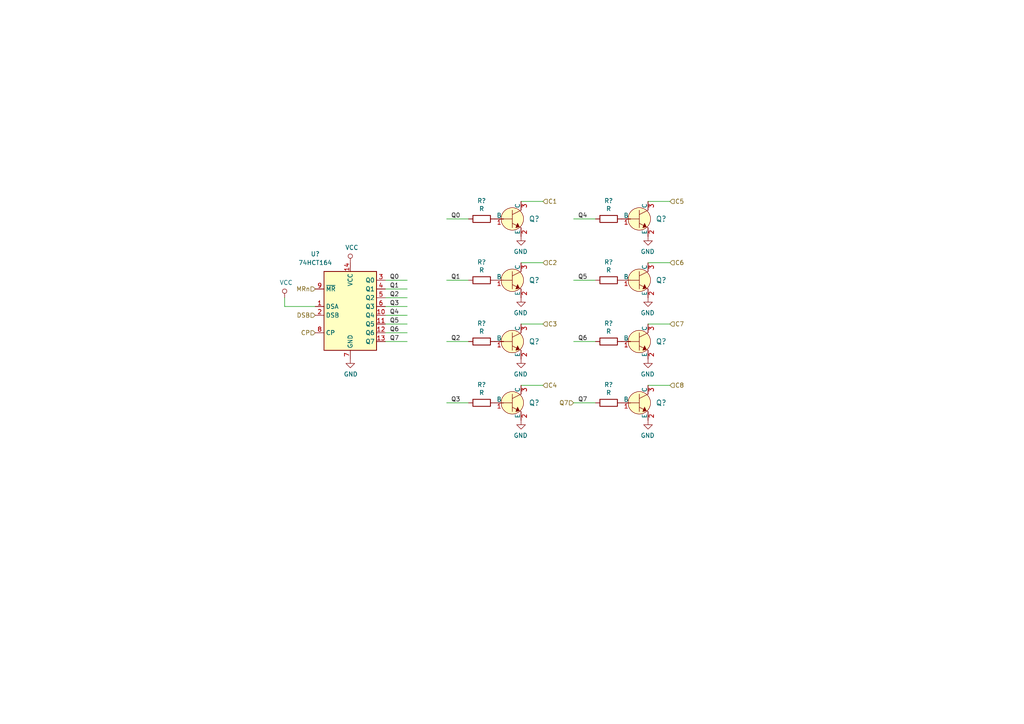
<source format=kicad_sch>
(kicad_sch (version 20211123) (generator eeschema)
  (paper "A4")
  (lib_symbols
    (symbol "dig1:MMBT4401LT1G" (pin_names (offset 0))
      (property "Reference" "Q" (at -3.2004 4.2164 0))
      (property "Value" "MMBT4401LT1G" (at 5.2324 0 90))
      (symbol "MMBT4401LT1G_0_1"
        (polyline (pts (xy -3.81 0) (xy -2.54 0)))
        (polyline (pts (xy -3.556 0) (xy 0 0)))
        (polyline (pts (xy 0 -1.27) (xy 2.54 -2.54)))
        (polyline (pts (xy 0 1.27) (xy 2.54 2.54)))
        (polyline (pts (xy 0 2.54) (xy 0 -2.54)))
        (polyline (pts (xy 1.524 -1.27) (xy 2.032 -2.286) (xy 1.016 -2.54) (xy 1.524 -1.27)) (fill (type outline)))
        (circle (center 0 0) (radius 3.2512) (fill (type background)))
      )
      (symbol "MMBT4401LT1G_1_1"
        (pin input line (at -5.08 0 0) (length 2.54) (name "B") (number "1"))
        (pin passive line (at 2.54 -5.08 90) (length 2.54) (name "E") (number "2"))
        (pin passive line (at 2.54 5.08 270) (length 2.54) (name "C") (number "3"))
      )
    )
    (symbol "sm48d-rescue:74HCT164-74xx"
      (property "Reference" "U" (at 1.905 -13.97 0))
      (property "Value" "74HCT164-74xx" (at 1.905 -16.51 0))
      (symbol "74HCT164-74xx_0_1"
        (rectangle (start 7.62 10.16) (end -7.62 -12.7) (stroke (width 0.254)) (fill (type background)))
      )
      (symbol "74HCT164-74xx_1_1"
        (pin input line (at -10.16 0 0) (length 2.54) (name "DSA") (number "1"))
        (pin output line (at 10.16 -2.54 180) (length 2.54) (name "Q4") (number "10"))
        (pin output line (at 10.16 -5.08 180) (length 2.54) (name "Q5") (number "11"))
        (pin output line (at 10.16 -7.62 180) (length 2.54) (name "Q6") (number "12"))
        (pin output line (at 10.16 -10.16 180) (length 2.54) (name "Q7") (number "13"))
        (pin power_in line (at 0 12.7 270) (length 2.54) (name "VCC") (number "14"))
        (pin input line (at -10.16 -2.54 0) (length 2.54) (name "DSB") (number "2"))
        (pin output line (at 10.16 7.62 180) (length 2.54) (name "Q0") (number "3"))
        (pin output line (at 10.16 5.08 180) (length 2.54) (name "Q1") (number "4"))
        (pin output line (at 10.16 2.54 180) (length 2.54) (name "Q2") (number "5"))
        (pin output line (at 10.16 0 180) (length 2.54) (name "Q3") (number "6"))
        (pin power_in line (at 0 -15.24 90) (length 2.54) (name "GND") (number "7"))
        (pin input line (at -10.16 -7.62 0) (length 2.54) (name "CP") (number "8"))
        (pin input line (at -10.16 5.08 0) (length 2.54) (name "~{MR}") (number "9"))
      )
    )
    (symbol "sm48d-rescue:GND-power" (power) (pin_names (offset 0))
      (property "Value" "GND-power" (at 0 -3.81 0))
      (symbol "GND-power_0_1"
        (polyline (pts (xy 0 0) (xy 0 -1.27) (xy 1.27 -1.27) (xy 0 -2.54) (xy -1.27 -1.27) (xy 0 -1.27)))
      )
      (symbol "GND-power_1_1"
        (pin power_in line (at 0 0 270) (length 0) hide (name "GND") (number "1"))
      )
    )
    (symbol "sm48d-rescue:R-Device" (pin_numbers hide) (pin_names (offset 0))
      (property "Reference" "R" (at 2.032 0 90))
      (property "Value" "R-Device" (at 0 0 90))
      (symbol "R-Device_0_1"
        (rectangle (start -1.016 -2.54) (end 1.016 2.54) (stroke (width 0.254)))
      )
      (symbol "R-Device_1_1"
        (pin passive line (at 0 3.81 270) (length 1.27) (name "~") (number "1"))
        (pin passive line (at 0 -3.81 90) (length 1.27) (name "~") (number "2"))
      )
    )
    (symbol "sm48d-rescue:VCC-power" (power) (pin_names (offset 0))
      (property "Value" "VCC-power" (at 0 3.81 0))
      (symbol "VCC-power_0_1"
        (polyline (pts (xy 0 0) (xy 0 1.27)))
        (circle (center 0 1.905) (radius 0.635))
      )
      (symbol "VCC-power_1_1"
        (pin power_in line (at 0 0 90) (length 0) hide (name "VCC") (number "1"))
      )
    )
  )
  (wire (pts (xy 194.31 76.2) (xy 187.96 76.2)))
  (wire (pts (xy 194.31 58.42) (xy 187.96 58.42)))
  (wire (pts (xy 194.31 93.98) (xy 187.96 93.98)))
  (wire (pts (xy 111.76 81.28) (xy 118.11 81.28)))
  (wire (pts (xy 194.31 111.76) (xy 187.96 111.76)))
  (wire (pts (xy 82.55 86.36) (xy 82.55 88.9)))
  (wire (pts (xy 111.76 88.9) (xy 118.11 88.9)))
  (wire (pts (xy 135.89 81.28) (xy 129.54 81.28)))
  (wire (pts (xy 135.89 99.06) (xy 129.54 99.06)))
  (wire (pts (xy 111.76 91.44) (xy 118.11 91.44)))
  (wire (pts (xy 157.48 93.98) (xy 151.13 93.98)))
  (wire (pts (xy 111.76 96.52) (xy 118.11 96.52)))
  (wire (pts (xy 111.76 83.82) (xy 118.11 83.82)))
  (wire (pts (xy 172.72 63.5) (xy 166.37 63.5)))
  (wire (pts (xy 111.76 86.36) (xy 118.11 86.36)))
  (wire (pts (xy 157.48 58.42) (xy 151.13 58.42)))
  (wire (pts (xy 157.48 111.76) (xy 151.13 111.76)))
  (wire (pts (xy 135.89 116.84) (xy 129.54 116.84)))
  (wire (pts (xy 135.89 63.5) (xy 129.54 63.5)))
  (wire (pts (xy 111.76 99.06) (xy 118.11 99.06)))
  (wire (pts (xy 111.76 93.98) (xy 118.11 93.98)))
  (wire (pts (xy 157.48 76.2) (xy 151.13 76.2)))
  (wire (pts (xy 82.55 88.9) (xy 91.44 88.9)))
  (wire (pts (xy 172.72 81.28) (xy 166.37 81.28)))
  (wire (pts (xy 172.72 99.06) (xy 166.37 99.06)))
  (wire (pts (xy 172.72 116.84) (xy 166.37 116.84)))
  (label "Q1" (at 113.03 83.82 0))
  (label "Q5" (at 167.64 81.28 0))
  (label "Q7" (at 113.03 99.06 0))
  (label "Q3" (at 113.03 88.9 0))
  (label "Q6" (at 113.03 96.52 0))
  (label "Q1" (at 130.81 81.28 0))
  (label "Q0" (at 113.03 81.28 0))
  (label "Q0" (at 130.81 63.5 0))
  (label "Q4" (at 113.03 91.44 0))
  (label "Q2" (at 130.81 99.06 0))
  (label "Q2" (at 113.03 86.36 0))
  (label "Q3" (at 130.81 116.84 0))
  (label "Q4" (at 167.64 63.5 0))
  (label "Q5" (at 113.03 93.98 0))
  (label "Q7" (at 167.64 116.84 0))
  (label "Q6" (at 167.64 99.06 0))
  (hierarchical_label "CP" (shape input) (at 91.44 96.52 180))
  (hierarchical_label "DSB" (shape input) (at 91.44 91.44 180))
  (hierarchical_label "C3" (shape input) (at 157.48 93.98 0))
  (hierarchical_label "C8" (shape input) (at 194.31 111.76 0))
  (hierarchical_label "C2" (shape input) (at 157.48 76.2 0))
  (hierarchical_label "Q7" (shape input) (at 166.37 116.84 180))
  (hierarchical_label "C1" (shape input) (at 157.48 58.42 0))
  (hierarchical_label "C6" (shape input) (at 194.31 76.2 0))
  (hierarchical_label "C5" (shape input) (at 194.31 58.42 0))
  (hierarchical_label "C7" (shape input) (at 194.31 93.98 0))
  (hierarchical_label "C4" (shape input) (at 157.48 111.76 0))
  (hierarchical_label "MRn" (shape input) (at 91.44 83.82 180))
  (symbol (lib_id "sm48d-rescue:74HCT164-74xx") (at 101.6 88.9 0) (unit 1)
    (property "Reference" "U?" (at 91.44 73.66 0))
    (property "Value" "74HCT164" (at 91.44 76.2 0))
    (property "Datasheet" "https://assets.nexperia.com/documents/data-sheet/74HC_HCT164.pdf" (effects hide))
  )
  (symbol (lib_id "sm48d-rescue:GND-power") (at 151.13 68.58 0) (mirror y) (unit 1)
    (property "Reference" "#PWR?" (effects hide))
    (property "Value" "GND" (at 151.003 72.9742 0))
  )
  (symbol (lib_id "dig1:MMBT4401LT1G") (at 148.59 63.5 0) (unit 1)
    (property "Reference" "Q?" (at 153.3652 63.5 0) (effects (font (size 1.524 1.524)) (justify left)))
    (property "Value" "MMBT4401LT1G" (effects hide))
    (property "Footprint" "digikey-footprints:SOT-23-3" (effects hide))
    (property "Datasheet" "http://www.onsemi.com/pub/Collateral/MMBT4401LT1-D.PDF" (effects hide))
    (property "Digi-Key_PN" "MMBT4401LT1GOSCT-ND" (effects hide))
    (property "MPN" "MMBT4401LT1G" (effects hide))
    (property "Category" "Discrete Semiconductor Products" (effects hide))
    (property "Family" "Transistors - Bipolar (BJT) - Single" (effects hide))
    (property "DK_Datasheet_Link" "http://www.onsemi.com/pub/Collateral/MMBT4401LT1-D.PDF" (effects hide))
    (property "DK_Detail_Page" "/product-detail/en/on-semiconductor/MMBT4401LT1G/MMBT4401LT1GOSCT-ND/1139819" (effects hide))
    (property "Description" "TRANS NPN 40V 0.6A SOT23" (effects hide))
    (property "Manufacturer" "ON Semiconductor" (effects hide))
    (property "Status" "Active" (effects hide))
  )
  (symbol (lib_id "sm48d-rescue:R-Device") (at 139.7 63.5 90) (mirror x) (unit 1)
    (property "Reference" "R?" (at 139.7 58.2422 90))
    (property "Value" "R" (at 139.7 60.5536 90))
  )
  (symbol (lib_id "sm48d-rescue:GND-power") (at 151.13 86.36 0) (mirror y) (unit 1)
    (property "Reference" "#PWR?" (effects hide))
    (property "Value" "GND" (at 151.003 90.7542 0))
  )
  (symbol (lib_id "dig1:MMBT4401LT1G") (at 148.59 81.28 0) (unit 1)
    (property "Reference" "Q?" (at 153.3652 81.28 0) (effects (font (size 1.524 1.524)) (justify left)))
    (property "Value" "MMBT4401LT1G" (effects hide))
    (property "Footprint" "digikey-footprints:SOT-23-3" (effects hide))
    (property "Datasheet" "http://www.onsemi.com/pub/Collateral/MMBT4401LT1-D.PDF" (effects hide))
    (property "Digi-Key_PN" "MMBT4401LT1GOSCT-ND" (effects hide))
    (property "MPN" "MMBT4401LT1G" (effects hide))
    (property "Category" "Discrete Semiconductor Products" (effects hide))
    (property "Family" "Transistors - Bipolar (BJT) - Single" (effects hide))
    (property "DK_Datasheet_Link" "http://www.onsemi.com/pub/Collateral/MMBT4401LT1-D.PDF" (effects hide))
    (property "DK_Detail_Page" "/product-detail/en/on-semiconductor/MMBT4401LT1G/MMBT4401LT1GOSCT-ND/1139819" (effects hide))
    (property "Description" "TRANS NPN 40V 0.6A SOT23" (effects hide))
    (property "Manufacturer" "ON Semiconductor" (effects hide))
    (property "Status" "Active" (effects hide))
  )
  (symbol (lib_id "sm48d-rescue:R-Device") (at 139.7 81.28 90) (mirror x) (unit 1)
    (property "Reference" "R?" (at 139.7 76.0222 90))
    (property "Value" "R" (at 139.7 78.3336 90))
  )
  (symbol (lib_id "sm48d-rescue:GND-power") (at 151.13 104.14 0) (mirror y) (unit 1)
    (property "Reference" "#PWR?" (effects hide))
    (property "Value" "GND" (at 151.003 108.5342 0))
  )
  (symbol (lib_id "dig1:MMBT4401LT1G") (at 148.59 99.06 0) (unit 1)
    (property "Reference" "Q?" (at 153.3652 99.06 0) (effects (font (size 1.524 1.524)) (justify left)))
    (property "Value" "MMBT4401LT1G" (effects hide))
    (property "Footprint" "digikey-footprints:SOT-23-3" (effects hide))
    (property "Datasheet" "http://www.onsemi.com/pub/Collateral/MMBT4401LT1-D.PDF" (effects hide))
    (property "Digi-Key_PN" "MMBT4401LT1GOSCT-ND" (effects hide))
    (property "MPN" "MMBT4401LT1G" (effects hide))
    (property "Category" "Discrete Semiconductor Products" (effects hide))
    (property "Family" "Transistors - Bipolar (BJT) - Single" (effects hide))
    (property "DK_Datasheet_Link" "http://www.onsemi.com/pub/Collateral/MMBT4401LT1-D.PDF" (effects hide))
    (property "DK_Detail_Page" "/product-detail/en/on-semiconductor/MMBT4401LT1G/MMBT4401LT1GOSCT-ND/1139819" (effects hide))
    (property "Description" "TRANS NPN 40V 0.6A SOT23" (effects hide))
    (property "Manufacturer" "ON Semiconductor" (effects hide))
    (property "Status" "Active" (effects hide))
  )
  (symbol (lib_id "sm48d-rescue:R-Device") (at 139.7 99.06 90) (mirror x) (unit 1)
    (property "Reference" "R?" (at 139.7 93.8022 90))
    (property "Value" "R" (at 139.7 96.1136 90))
  )
  (symbol (lib_id "sm48d-rescue:GND-power") (at 151.13 121.92 0) (mirror y) (unit 1)
    (property "Reference" "#PWR?" (effects hide))
    (property "Value" "GND" (at 151.003 126.3142 0))
  )
  (symbol (lib_id "dig1:MMBT4401LT1G") (at 148.59 116.84 0) (unit 1)
    (property "Reference" "Q?" (at 153.3652 116.84 0) (effects (font (size 1.524 1.524)) (justify left)))
    (property "Value" "MMBT4401LT1G" (effects hide))
    (property "Footprint" "digikey-footprints:SOT-23-3" (effects hide))
    (property "Datasheet" "http://www.onsemi.com/pub/Collateral/MMBT4401LT1-D.PDF" (effects hide))
    (property "Digi-Key_PN" "MMBT4401LT1GOSCT-ND" (effects hide))
    (property "MPN" "MMBT4401LT1G" (effects hide))
    (property "Category" "Discrete Semiconductor Products" (effects hide))
    (property "Family" "Transistors - Bipolar (BJT) - Single" (effects hide))
    (property "DK_Datasheet_Link" "http://www.onsemi.com/pub/Collateral/MMBT4401LT1-D.PDF" (effects hide))
    (property "DK_Detail_Page" "/product-detail/en/on-semiconductor/MMBT4401LT1G/MMBT4401LT1GOSCT-ND/1139819" (effects hide))
    (property "Description" "TRANS NPN 40V 0.6A SOT23" (effects hide))
    (property "Manufacturer" "ON Semiconductor" (effects hide))
    (property "Status" "Active" (effects hide))
  )
  (symbol (lib_id "sm48d-rescue:R-Device") (at 139.7 116.84 90) (mirror x) (unit 1)
    (property "Reference" "R?" (at 139.7 111.5822 90))
    (property "Value" "R" (at 139.7 113.8936 90))
  )
  (symbol (lib_id "sm48d-rescue:GND-power") (at 187.96 68.58 0) (mirror y) (unit 1)
    (property "Reference" "#PWR?" (effects hide))
    (property "Value" "GND" (at 187.833 72.9742 0))
  )
  (symbol (lib_id "dig1:MMBT4401LT1G") (at 185.42 63.5 0) (unit 1)
    (property "Reference" "Q?" (at 190.1952 63.5 0) (effects (font (size 1.524 1.524)) (justify left)))
    (property "Value" "MMBT4401LT1G" (effects hide))
    (property "Footprint" "digikey-footprints:SOT-23-3" (effects hide))
    (property "Datasheet" "http://www.onsemi.com/pub/Collateral/MMBT4401LT1-D.PDF" (effects hide))
    (property "Digi-Key_PN" "MMBT4401LT1GOSCT-ND" (effects hide))
    (property "MPN" "MMBT4401LT1G" (effects hide))
    (property "Category" "Discrete Semiconductor Products" (effects hide))
    (property "Family" "Transistors - Bipolar (BJT) - Single" (effects hide))
    (property "DK_Datasheet_Link" "http://www.onsemi.com/pub/Collateral/MMBT4401LT1-D.PDF" (effects hide))
    (property "DK_Detail_Page" "/product-detail/en/on-semiconductor/MMBT4401LT1G/MMBT4401LT1GOSCT-ND/1139819" (effects hide))
    (property "Description" "TRANS NPN 40V 0.6A SOT23" (effects hide))
    (property "Manufacturer" "ON Semiconductor" (effects hide))
    (property "Status" "Active" (effects hide))
  )
  (symbol (lib_id "sm48d-rescue:R-Device") (at 176.53 63.5 90) (mirror x) (unit 1)
    (property "Reference" "R?" (at 176.53 58.2422 90))
    (property "Value" "R" (at 176.53 60.5536 90))
  )
  (symbol (lib_id "sm48d-rescue:GND-power") (at 187.96 86.36 0) (mirror y) (unit 1)
    (property "Reference" "#PWR?" (effects hide))
    (property "Value" "GND" (at 187.833 90.7542 0))
  )
  (symbol (lib_id "dig1:MMBT4401LT1G") (at 185.42 81.28 0) (unit 1)
    (property "Reference" "Q?" (at 190.1952 81.28 0) (effects (font (size 1.524 1.524)) (justify left)))
    (property "Value" "MMBT4401LT1G" (effects hide))
    (property "Footprint" "digikey-footprints:SOT-23-3" (effects hide))
    (property "Datasheet" "http://www.onsemi.com/pub/Collateral/MMBT4401LT1-D.PDF" (effects hide))
    (property "Digi-Key_PN" "MMBT4401LT1GOSCT-ND" (effects hide))
    (property "MPN" "MMBT4401LT1G" (effects hide))
    (property "Category" "Discrete Semiconductor Products" (effects hide))
    (property "Family" "Transistors - Bipolar (BJT) - Single" (effects hide))
    (property "DK_Datasheet_Link" "http://www.onsemi.com/pub/Collateral/MMBT4401LT1-D.PDF" (effects hide))
    (property "DK_Detail_Page" "/product-detail/en/on-semiconductor/MMBT4401LT1G/MMBT4401LT1GOSCT-ND/1139819" (effects hide))
    (property "Description" "TRANS NPN 40V 0.6A SOT23" (effects hide))
    (property "Manufacturer" "ON Semiconductor" (effects hide))
    (property "Status" "Active" (effects hide))
  )
  (symbol (lib_id "sm48d-rescue:R-Device") (at 176.53 81.28 90) (mirror x) (unit 1)
    (property "Reference" "R?" (at 176.53 76.0222 90))
    (property "Value" "R" (at 176.53 78.3336 90))
  )
  (symbol (lib_id "sm48d-rescue:GND-power") (at 187.96 104.14 0) (mirror y) (unit 1)
    (property "Reference" "#PWR?" (effects hide))
    (property "Value" "GND" (at 187.833 108.5342 0))
  )
  (symbol (lib_id "dig1:MMBT4401LT1G") (at 185.42 99.06 0) (unit 1)
    (property "Reference" "Q?" (at 190.1952 99.06 0) (effects (font (size 1.524 1.524)) (justify left)))
    (property "Value" "MMBT4401LT1G" (effects hide))
    (property "Footprint" "digikey-footprints:SOT-23-3" (effects hide))
    (property "Datasheet" "http://www.onsemi.com/pub/Collateral/MMBT4401LT1-D.PDF" (effects hide))
    (property "Digi-Key_PN" "MMBT4401LT1GOSCT-ND" (effects hide))
    (property "MPN" "MMBT4401LT1G" (effects hide))
    (property "Category" "Discrete Semiconductor Products" (effects hide))
    (property "Family" "Transistors - Bipolar (BJT) - Single" (effects hide))
    (property "DK_Datasheet_Link" "http://www.onsemi.com/pub/Collateral/MMBT4401LT1-D.PDF" (effects hide))
    (property "DK_Detail_Page" "/product-detail/en/on-semiconductor/MMBT4401LT1G/MMBT4401LT1GOSCT-ND/1139819" (effects hide))
    (property "Description" "TRANS NPN 40V 0.6A SOT23" (effects hide))
    (property "Manufacturer" "ON Semiconductor" (effects hide))
    (property "Status" "Active" (effects hide))
  )
  (symbol (lib_id "sm48d-rescue:R-Device") (at 176.53 99.06 90) (mirror x) (unit 1)
    (property "Reference" "R?" (at 176.53 93.8022 90))
    (property "Value" "R" (at 176.53 96.1136 90))
  )
  (symbol (lib_id "sm48d-rescue:GND-power") (at 187.96 121.92 0) (mirror y) (unit 1)
    (property "Reference" "#PWR?" (effects hide))
    (property "Value" "GND" (at 187.833 126.3142 0))
  )
  (symbol (lib_id "dig1:MMBT4401LT1G") (at 185.42 116.84 0) (unit 1)
    (property "Reference" "Q?" (at 190.1952 116.84 0) (effects (font (size 1.524 1.524)) (justify left)))
    (property "Value" "MMBT4401LT1G" (effects hide))
    (property "Footprint" "digikey-footprints:SOT-23-3" (effects hide))
    (property "Datasheet" "http://www.onsemi.com/pub/Collateral/MMBT4401LT1-D.PDF" (effects hide))
    (property "Digi-Key_PN" "MMBT4401LT1GOSCT-ND" (effects hide))
    (property "MPN" "MMBT4401LT1G" (effects hide))
    (property "Category" "Discrete Semiconductor Products" (effects hide))
    (property "Family" "Transistors - Bipolar (BJT) - Single" (effects hide))
    (property "DK_Datasheet_Link" "http://www.onsemi.com/pub/Collateral/MMBT4401LT1-D.PDF" (effects hide))
    (property "DK_Detail_Page" "/product-detail/en/on-semiconductor/MMBT4401LT1G/MMBT4401LT1GOSCT-ND/1139819" (effects hide))
    (property "Description" "TRANS NPN 40V 0.6A SOT23" (effects hide))
    (property "Manufacturer" "ON Semiconductor" (effects hide))
    (property "Status" "Active" (effects hide))
  )
  (symbol (lib_id "sm48d-rescue:R-Device") (at 176.53 116.84 90) (mirror x) (unit 1)
    (property "Reference" "R?" (at 176.53 111.5822 90))
    (property "Value" "R" (at 176.53 113.8936 90))
  )
  (symbol (lib_id "sm48d-rescue:GND-power") (at 101.6 104.14 0) (unit 1)
    (property "Reference" "#PWR?" (effects hide))
    (property "Value" "GND" (at 101.727 108.5342 0))
  )
  (symbol (lib_id "sm48d-rescue:VCC-power") (at 101.6 76.2 0) (unit 1)
    (property "Reference" "#PWR?" (effects hide))
    (property "Value" "VCC" (at 102.0318 71.8058 0))
  )
  (symbol (lib_id "sm48d-rescue:VCC-power") (at 82.55 86.36 0) (unit 1)
    (property "Reference" "#PWR?" (effects hide))
    (property "Value" "VCC" (at 82.9818 81.9658 0))
  )
)
</source>
